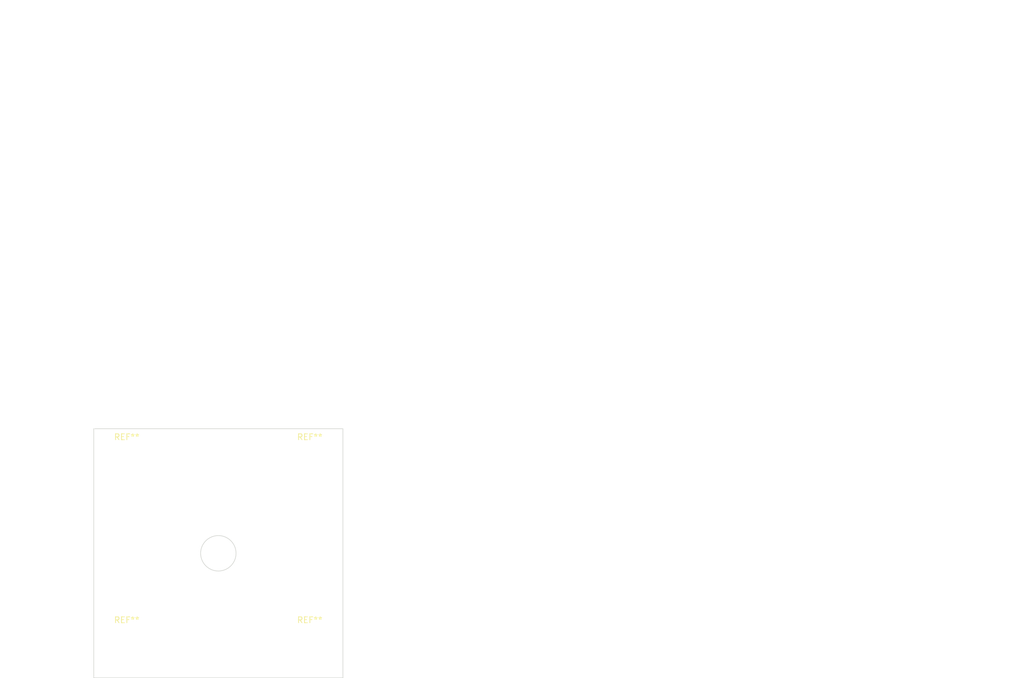
<source format=kicad_pcb>
(kicad_pcb (version 20211014) (generator pcbnew)
  (layers (0 "F.Cu" signal) (31 "B.Cu" signal) (34 "B.Paste" user) (35 "F.Paste" user) (36 "B.SilkS" user "B.Silkscreen") (37 "F.SilkS" user "F.Silkscreen") (38 "B.Mask" user) (39 "F.Mask" user) (44 "Edge.Cuts" user))
  (net 0 "")
  (footprint "MountingHole:MountingHole_3.2mm_M3" (layer "F.Cu") (at 115.5 130.2)
    (fp_text reference "REF**" (at 0 -4.2) (layer "F.SilkS"))
    (fp_text value "MountingHole_3.2mm_M3")
    (pad "" np_thru_hole circle (at 0 0) (size 3.2 3.2) (drill 3.2) (layers *.Cu *.Mask))
  )
  (footprint "MountingHole:MountingHole_3.2mm_M3" (layer "F.Cu") (at 146.5 99.2)
    (fp_text reference "REF**" (at 0 -4.2) (layer "F.SilkS"))
    (fp_text value "MountingHole_3.2mm_M3")
    (pad "" np_thru_hole circle (at 0 0) (size 3.2 3.2) (drill 3.2) (layers *.Cu *.Mask))
  )
  (footprint "MountingHole:MountingHole_3.2mm_M3" (layer "F.Cu") (at 115.5 99.2)
    (fp_text reference "REF**" (at 0 -4.2) (layer "F.SilkS"))
    (fp_text value "MountingHole_3.2mm_M3")
    (pad "" np_thru_hole circle (at 0 0) (size 3.2 3.2) (drill 3.2) (layers *.Cu *.Mask))
  )
  (footprint "MountingHole:MountingHole_3.2mm_M3" (layer "F.Cu") (at 146.5 130.2)
    (fp_text reference "REF**" (at 0 -4.2) (layer "F.SilkS"))
    (fp_text value "MountingHole_3.2mm_M3")
    (pad "" np_thru_hole circle (at 0 0) (size 3.2 3.2) (drill 3.2) (layers *.Cu *.Mask))
  )
  (gr_line (start 152.1 135.8) (end 152.1 93.6) (layer "Edge.Cuts") (width 0.1))
  (gr_line (start 109.9 93.6) (end 152.1 93.6) (layer "Edge.Cuts") (width 0.1))
  (gr_line (start 109.9 135.8) (end 152.1 135.8) (layer "Edge.Cuts") (width 0.1))
  (gr_circle (center 131 114.7) (end 134 114.7) (layer "Edge.Cuts") (width 0.1) (fill none))
  (gr_line (start 109.9 135.8) (end 109.9 93.6) (layer "Edge.Cuts") (width 0.1))
)
</source>
